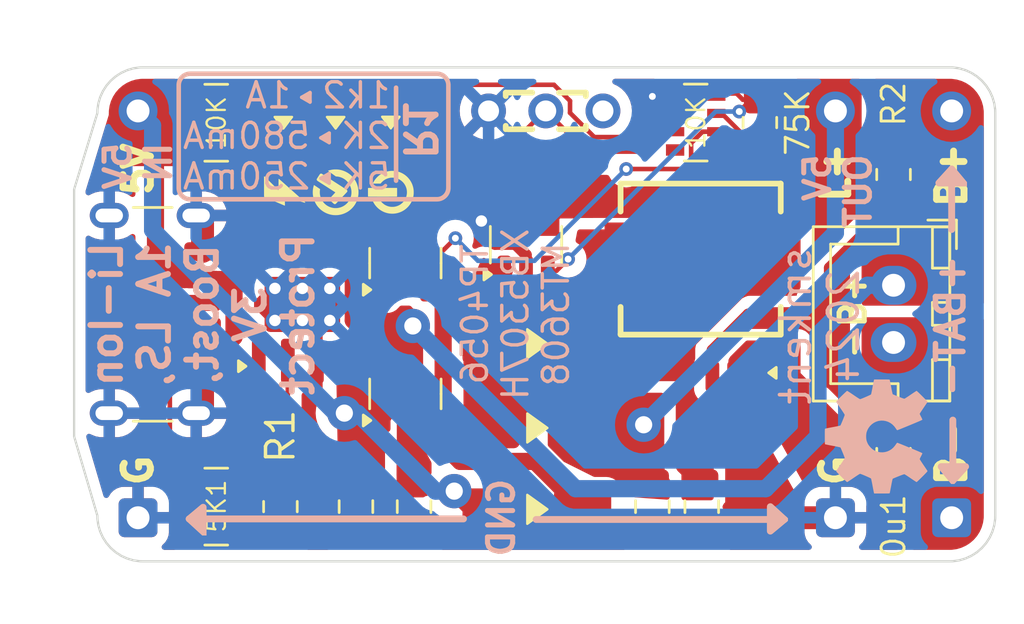
<source format=kicad_pcb>
(kicad_pcb (version 20240108) (generator "pcbnew") (generator_version "8.0")
  (layers (0 "F.Cu" signal) (31 "B.Cu" signal) (34 "B.Paste" user) (35 "F.Paste" user) (36 "B.SilkS" user "B.Silkscreen") (37 "F.SilkS" user "F.Silkscreen") (38 "B.Mask" user) (39 "F.Mask" user) (44 "Edge.Cuts" user))
  (net 0 "")
  (net 1 "GND")
  (net 2 "VIN")
  (net 3 "VOUT")
  (net 4 "B+")
  (net 5 "Net-(LED1-A)")
  (net 6 "Net-(LED1-K)")
  (net 7 "Net-(LED2-A)")
  (net 8 "Net-(LED2-K)")
  (net 9 "Net-(U1-PROG)")
  (net 10 "Net-(J0-CC1)")
  (net 11 "Net-(J0-CC2)")
  (net 14 "B-")
  (net 15 "BATVDD")
  (net 16 "BOOST")
  (net 17 "LOAD_SWITCH")
  (net 18 "Net-(D2-A)")
  (net 19 "Net-(LED3-A)")
  (net 20 "Net-(Q2-G)")
  (net 23 "Net-(RN3D-R4.1)")
  (footprint "Resistor_SMD:R_Array_Convex_4x0603" (layer "F.Cu") (at 125.338 111.2735)
    (property "Reference" "RN2" (hide yes))
    (property "Value" "5K1")
    (pad "1" smd rect (at -0.9 -1.2) (size 0.8 0.5) (layers "F.Cu" "F.Paste" "F.Mask") (net 11 "Net-(J0-CC2)"))
    (pad "2" smd rect (at -0.9 -0.4) (size 0.8 0.4) (layers "F.Cu" "F.Paste" "F.Mask") (net 10 "Net-(J0-CC1)"))
    (pad "3" smd rect (at -0.9 0.4) (size 0.8 0.4) (layers "F.Cu" "F.Paste" "F.Mask") (net 1 "GND"))
    (pad "4" smd rect (at -0.9 1.2) (size 0.8 0.5) (layers "F.Cu" "F.Paste" "F.Mask") (net 1 "GND"))
    (pad "5" smd rect (at 0.9 1.2) (size 0.8 0.5) (layers "F.Cu" "F.Paste" "F.Mask") (net 1 "GND"))
    (pad "6" smd rect (at 0.9 0.4) (size 0.8 0.4) (layers "F.Cu" "F.Paste" "F.Mask") (net 1 "GND"))
    (pad "7" smd rect (at 0.9 -0.4) (size 0.8 0.4) (layers "F.Cu" "F.Paste" "F.Mask") (net 1 "GND"))
    (pad "8" smd rect (at 0.9 -1.2) (size 0.8 0.5) (layers "F.Cu" "F.Paste" "F.Mask") (net 1 "GND"))
  )
  (footprint "Resistor_SMD:R_0805_2012Metric_Pad1.20x1.40mm_HandSolder" (layer "F.Cu") (at 128.143 111.2735 -90)
    (property "Reference" "R1" (hide yes))
    (property "Value" "1K2")
    (pad "1" smd roundrect (at -1 0 270) (size 1.2 1.4) (layers "F.Cu" "F.Paste" "F.Mask") (roundrect_rratio 0.208333) (net 9 "Net-(U1-PROG)"))
    (pad "2" smd roundrect (at 1 0 270) (size 1.2 1.4) (layers "F.Cu" "F.Paste" "F.Mask") (roundrect_rratio 0.208333) (net 1 "GND"))
  )
  (footprint "custom:SOIC-8-1EP_3.9x4.9mm_P1.27mm_EP2.41x3.3mm_ThermalVias_CustomVias" (layer "F.Cu") (at 129.102 102.437 90)
    (property "Reference" "U1" (hide yes))
    (property "Value" "TP4056")
    (pad "1" smd roundrect (at -2.475 -1.905 90) (size 1.95 0.6) (layers "F.Cu" "F.Paste" "F.Mask") (net 1 "GND"))
    (pad "2" smd roundrect (at -2.475 -0.635 90) (size 1.95 0.6) (layers "F.Cu" "F.Paste" "F.Mask") (net 9 "Net-(U1-PROG)"))
    (pad "3" smd roundrect (at -2.475 0.635 90) (size 1.95 0.6) (layers "F.Cu" "F.Paste" "F.Mask") (net 1 "GND"))
    (pad "4" smd roundrect (at -2.475 1.905 90) (size 1.95 0.6) (layers "F.Cu" "F.Paste" "F.Mask") (net 2 "VIN"))
    (pad "5" smd roundrect (at 2.475 1.905 90) (size 1.95 0.6) (layers "F.Cu" "F.Paste" "F.Mask") (net 4 "B+"))
    (pad "6" smd roundrect (at 2.475 0.635 90) (size 1.95 0.6) (layers "F.Cu" "F.Paste" "F.Mask") (net 8 "Net-(LED2-K)"))
    (pad "7" smd roundrect (at 2.475 -0.635 90) (size 1.95 0.6) (layers "F.Cu" "F.Paste" "F.Mask") (net 6 "Net-(LED1-K)"))
    (pad "8" smd roundrect (at 2.475 -1.905 90) (size 1.95 0.6) (layers "F.Cu" "F.Paste" "F.Mask") (net 2 "VIN"))
    (pad "9" thru_hole circle (at -0.7 -1.2 90) (size 0.8 0.8) (drill 0.5) (property pad_prop_heatsink) (layers "*.Cu") (net 1 "GND"))
    (pad "9" thru_hole circle (at -0.7 0 90) (size 0.8 0.8) (drill 0.5) (property pad_prop_heatsink) (layers "*.Cu") (net 1 "GND"))
    (pad "9" thru_hole circle (at -0.7 1.2 90) (size 0.8 0.8) (drill 0.5) (property pad_prop_heatsink) (layers "*.Cu") (net 1 "GND"))
    (pad "9" smd rect (at 0 0 90) (size 1.9 2.9) (property pad_prop_heatsink) (layers "B.Cu") (net 1 "GND"))
    (pad "9" smd roundrect (at 0 0 90) (size 2.41 3.3) (property pad_prop_heatsink) (layers "F.Cu" "F.Mask") (roundrect_rratio 0.1037344398) (net 1 "GND"))
    (pad "9" thru_hole circle (at 0.7 -1.2 90) (size 0.8 0.8) (drill 0.5) (property pad_prop_heatsink) (layers "*.Cu") (net 1 "GND"))
    (pad "9" thru_hole circle (at 0.7 0 90) (size 0.8 0.8) (drill 0.5) (property pad_prop_heatsink) (layers "*.Cu") (net 1 "GND"))
    (pad "9" thru_hole circle (at 0.7 1.2 90) (size 0.8 0.8) (drill 0.5) (property pad_prop_heatsink) (layers "*.Cu") (net 1 "GND"))
  )
  (footprint "custom:JST_XH_B2B-XH-A_1x02_P2.50mm_Vertical_simple" (layer "F.Cu") (at 154.94 101.6 -90)
    (property "Reference" "BT1" (hide yes))
    (property "Value" "Battery_Cell")
    (pad "1" thru_hole oval (at 0 0 270) (size 1.7 2) (drill 1) (layers "*.Cu" "*.Mask") (net 4 "B+"))
    (pad "2" thru_hole oval (at 2.5 0 270) (size 1.7 2) (drill 1) (layers "*.Cu" "*.Mask") (net 14 "B-"))
  )
  (footprint "custom:D_SMA_simple" (layer "F.Cu") (at 139.351 107.823 180)
    (property "Reference" "D2" (hide yes))
    (property "Value" "SS34")
    (pad "1" smd roundrect (at -2 0 180) (size 2.5 1.8) (layers "F.Cu" "F.Paste" "F.Mask") (roundrect_rratio 0.1388888889) (net 3 "VOUT"))
    (pad "2" smd roundrect (at 2 0 180) (size 2.5 1.8) (layers "F.Cu" "F.Paste" "F.Mask") (roundrect_rratio 0.1388888889) (net 18 "Net-(D2-A)"))
  )
  (footprint "custom:D_SMA_simple" (layer "F.Cu") (at 139.351 104.14 180)
    (property "Reference" "D3" (hide yes))
    (property "Value" "SS34")
    (pad "1" smd roundrect (at -2 0 180) (size 2.5 1.8) (layers "F.Cu" "F.Paste" "F.Mask") (roundrect_rratio 0.1388888889) (net 16 "BOOST"))
    (pad "2" smd roundrect (at 2 0 180) (size 2.5 1.8) (layers "F.Cu" "F.Paste" "F.Mask") (roundrect_rratio 0.1388888889) (net 18 "Net-(D2-A)"))
  )
  (footprint "Capacitor_SMD:C_0805_2012Metric_Pad1.18x1.45mm_HandSolder" (layer "F.Cu") (at 131.445 111.2735 -90)
    (property "Reference" "C1" (hide yes))
    (property "Value" "10uF")
    (pad "1" smd roundrect (at -1.0375 0 270) (size 1.175 1.45) (layers "F.Cu" "F.Paste" "F.Mask") (roundrect_rratio 0.212766) (net 2 "VIN"))
    (pad "2" smd roundrect (at 1.0375 0 270) (size 1.175 1.45) (layers "F.Cu" "F.Paste" "F.Mask") (roundrect_rratio 0.212766) (net 1 "GND"))
  )
  (footprint "graphics:icon-check-mark-circle-2mm" (layer "F.Cu") (at 130.55617 97.536 90)
    (property "Reference" "G***" (hide yes))
    (property "Value" "LOGO" (hide yes))
  )
  (footprint "Resistor_SMD:R_0805_2012Metric_Pad1.20x1.40mm_HandSolder" (layer "F.Cu") (at 149.098 94.488 90)
    (property "Reference" "R3" (hide yes))
    (property "Value" "75K")
    (pad "1" smd roundrect (at -1 0 90) (size 1.2 1.4) (layers "F.Cu" "F.Paste" "F.Mask") (roundrect_rratio 0.208333) (net 3 "VOUT"))
    (pad "2" smd roundrect (at 1 0 90) (size 1.2 1.4) (layers "F.Cu" "F.Paste" "F.Mask") (roundrect_rratio 0.208333) (net 23 "Net-(RN3D-R4.1)"))
  )
  (footprint "custom:LED_0805_2012Metric_Pad1.15x1.40mm_HandSolder_simple" (layer "F.Cu") (at 128.27 94.497 90)
    (property "Reference" "LED1" (hide yes))
    (property "Value" "Charge")
    (pad "1" smd roundrect (at -1.025 0 90) (size 1.15 1.4) (layers "F.Cu" "F.Paste" "F.Mask") (roundrect_rratio 0.217391) (net 6 "Net-(LED1-K)"))
    (pad "2" smd roundrect (at 1.025 0 90) (size 1.15 1.4) (layers "F.Cu" "F.Paste" "F.Mask") (roundrect_rratio 0.217391) (net 5 "Net-(LED1-A)"))
  )
  (footprint "Capacitor_SMD:C_0805_2012Metric_Pad1.18x1.45mm_HandSolder" (layer "F.Cu") (at 133.985 111.2735 90)
    (property "Reference" "C2" (hide yes))
    (property "Value" "10uF")
    (pad "1" smd roundrect (at -1.0375 0 90) (size 1.175 1.45) (layers "F.Cu" "F.Paste" "F.Mask") (roundrect_rratio 0.212766) (net 1 "GND"))
    (pad "2" smd roundrect (at 1.0375 0 90) (size 1.175 1.45) (layers "F.Cu" "F.Paste" "F.Mask") (roundrect_rratio 0.212766) (net 4 "B+"))
  )
  (footprint "graphics:icon-power-2mm" (layer "F.Cu") (at 132.969 97.536 90)
    (property "Reference" "G***" (hide yes))
    (property "Value" "LOGO" (hide yes))
  )
  (footprint "Package_TO_SOT_SMD:SOT-23-6" (layer "F.Cu") (at 138.877 99.8275 90)
    (property "Reference" "U3" (hide yes))
    (property "Value" "MT3608")
    (pad "1" smd roundrect (at -1.1375 -0.95 90) (size 1.325 0.6) (layers "F.Cu" "F.Paste" "F.Mask") (net 18 "Net-(D2-A)"))
    (pad "2" smd roundrect (at -1.1375 0 90) (size 1.325 0.6) (layers "F.Cu" "F.Paste" "F.Mask") (net 1 "GND"))
    (pad "3" smd roundrect (at -1.1375 0.95 90) (size 1.325 0.6) (layers "F.Cu" "F.Paste" "F.Mask") (net 23 "Net-(RN3D-R4.1)"))
    (pad "4" smd roundrect (at 1.1375 0.95 90) (size 1.325 0.6) (layers "F.Cu" "F.Paste" "F.Mask") (net 16 "BOOST"))
    (pad "5" smd roundrect (at 1.1375 0 90) (size 1.325 0.6) (layers "F.Cu" "F.Paste" "F.Mask") (net 16 "BOOST"))
    (pad "6" smd roundrect (at 1.1375 -0.95 90) (size 1.325 0.6) (layers "F.Cu" "F.Paste" "F.Mask"))
  )
  (footprint "custom:SOT-23-5_simple" (layer "F.Cu") (at 147.973 106.727 -90)
    (property "Reference" "U2" (hide yes))
    (property "Value" "XB5350D0")
    (pad "1" smd roundrect (at -1.1375 -0.95 270) (size 1.325 0.6) (layers "F.Cu" "F.Paste" "F.Mask"))
    (pad "2" smd roundrect (at -1.1375 0 270) (size 1.325 0.6) (layers "F.Cu" "F.Paste" "F.Mask") (net 14 "B-"))
    (pad "3" smd roundrect (at -1.1375 0.95 270) (size 1.325 0.6) (layers "F.Cu" "F.Paste" "F.Mask") (net 15 "BATVDD"))
    (pad "4" smd roundrect (at 1.1375 0.95 270) (size 1.325 0.6) (layers "F.Cu" "F.Paste" "F.Mask") (net 1 "GND"))
    (pad "5" smd roundrect (at 1.1375 -0.95 270) (size 1.325 0.6) (layers "F.Cu" "F.Paste" "F.Mask") (net 1 "GND"))
  )
  (footprint "Capacitor_SMD:C_0805_2012Metric_Pad1.18x1.45mm_HandSolder" (layer "F.Cu") (at 154.94 108.9875 90)
    (property "Reference" "C3" (hide yes))
    (property "Value" "0.1uF")
    (pad "1" smd roundrect (at -1.0375 0 90) (size 1.175 1.45) (layers "F.Cu" "F.Paste" "F.Mask") (roundrect_rratio 0.212766) (net 14 "B-"))
    (pad "2" smd roundrect (at 1.0375 0 90) (size 1.175 1.45) (layers "F.Cu" "F.Paste" "F.Mask") (roundrect_rratio 0.212766) (net 15 "BATVDD"))
  )
  (footprint "Resistor_SMD:R_Array_Convex_4x0603" (layer "F.Cu") (at 146.293 94.488 180)
    (property "Reference" "RN3" (hide yes))
    (property "Value" "10K")
    (pad "1" smd rect (at -0.9 -1.2 180) (size 0.8 0.5) (layers "F.Cu" "F.Paste" "F.Mask"))
    (pad "2" smd rect (at -0.9 -0.4 180) (size 0.8 0.4) (layers "F.Cu" "F.Paste" "F.Mask") (net 17 "LOAD_SWITCH"))
    (pad "3" smd rect (at -0.9 0.4 180) (size 0.8 0.4) (layers "F.Cu" "F.Paste" "F.Mask") (net 3 "VOUT"))
    (pad "4" smd rect (at -0.9 1.2 180) (size 0.8 0.5) (layers "F.Cu" "F.Paste" "F.Mask") (net 23 "Net-(RN3D-R4.1)"))
    (pad "5" smd rect (at 0.9 1.2 180) (size 0.8 0.5) (layers "F.Cu" "F.Paste" "F.Mask") (net 1 "GND"))
    (pad "6" smd rect (at 0.9 0.4 180) (size 0.8 0.4) (layers "F.Cu" "F.Paste" "F.Mask") (net 19 "Net-(LED3-A)"))
    (pad "7" smd rect (at 0.9 -0.4 180) (size 0.8 0.4) (layers "F.Cu" "F.Paste" "F.Mask") (net 20 "Net-(Q2-G)"))
    (pad "8" smd rect (at 0.9 -1.2 180) (size 0.8 0.5) (layers "F.Cu" "F.Paste" "F.Mask"))
  )
  (footprint "Capacitor_SMD:C_0805_2012Metric_Pad1.18x1.45mm_HandSolder" (layer "F.Cu") (at 146.558 111.2735 -90)
    (property "Reference" "C4" (hide yes))
    (property "Value" "10uF")
    (pad "1" smd roundrect (at -1.0375 0 270) (size 1.175 1.45) (layers "F.Cu" "F.Paste" "F.Mask") (roundrect_rratio 0.212766) (net 16 "BOOST"))
    (pad "2" smd roundrect (at 1.0375 0 270) (size 1.175 1.45) (layers "F.Cu" "F.Paste" "F.Mask") (roundrect_rratio 0.212766) (net 1 "GND"))
  )
  (footprint "Package_TO_SOT_SMD:SOT-23" (layer "F.Cu") (at 133.604 106.3475 90)
    (property "Reference" "Q1" (hide yes))
    (property "Value" "AO3401A")
    (pad "1" smd roundrect (at -0.9375 -0.95 90) (size 1.475 0.6) (layers "F.Cu" "F.Paste" "F.Mask") (net 2 "VIN"))
    (pad "2" smd roundrect (at -0.9375 0.95 90) (size 1.475 0.6) (layers "F.Cu" "F.Paste" "F.Mask") (net 17 "LOAD_SWITCH"))
    (pad "3" smd roundrect (at 0.9375 0 90) (size 1.475 0.6) (layers "F.Cu" "F.Paste" "F.Mask") (net 4 "B+"))
  )
  (footprint "custom:D_SMA_simple" (layer "F.Cu") (at 139.351 111.379 180)
    (property "Reference" "D1" (hide yes))
    (property "Value" "SS34")
    (pad "1" smd roundrect (at -2 0 180) (size 2.5 1.8) (layers "F.Cu" "F.Paste" "F.Mask") (roundrect_rratio 0.1388888889) (net 17 "LOAD_SWITCH"))
    (pad "2" smd roundrect (at 2 0 180) (size 2.5 1.8) (layers "F.Cu" "F.Paste" "F.Mask") (roundrect_rratio 0.1388888889) (net 2 "VIN"))
  )
  (footprint "custom:USB_C_Receptacle_GCT_USB4125-xx-x_6P_TopMnt_Horizontal_handsolder" (layer "F.Cu") (at 121.46 102.87 -90)
    (property "Reference" "J0" (hide yes))
    (property "Value" "USB_C_Receptacle_PowerOnly_6P")
    (pad "A5" smd roundrect (at -0.5 -3.28 270) (size 0.7 1.6) (layers "F.Cu" "F.Paste" "F.Mask") (net 10 "Net-(J0-CC1)"))
    (pad "A9" smd roundrect (at 1.52 -3.28 90) (size 0.76 1.6) (layers "F.Cu" "F.Paste" "F.Mask") (net 2 "VIN"))
    (pad "A12" smd roundrect (at 2.75 -3.28 90) (size 0.8 1.6) (layers "F.Cu" "F.Paste" "F.Mask") (net 1 "GND"))
    (pad "B5" smd roundrect (at 0.5 -3.28 90) (size 0.7 1.6) (layers "F.Cu" "F.Paste" "F.Mask") (net 11 "Net-(J0-CC2)"))
    (pad "B9" smd roundrect (at -1.52 -3.28 270) (size 0.76 1.6) (layers "F.Cu" "F.Paste" "F.Mask") (net 2 "VIN"))
    (pad "B12" smd roundrect (at -2.75 -3.28 270) (size 0.8 1.6) (layers "F.Cu" "F.Paste" "F.Mask") (net 1 "GND"))
    (pad "S1" thru_hole oval (at -4.32 -3 270) (size 1.1 1.7) (drill oval 0.6 1.2) (layers "*.Cu" "*.Mask" "F.Paste") (net 1 "GND"))
    (pad "S1" thru_hole oval (at -4.32 0.8 270) (size 1.1 1.7) (drill oval 0.6 1.2) (layers "*.Cu" "*.Mask" "F.Paste") (net 1 "GND"))
    (pad "S1" thru_hole oval (at 4.32 -3 270) (size 1.1 1.7) (drill oval 0.6 1.2) (layers "*.Cu" "*.Mask" "F.Paste") (net 1 "GND"))
    (pad "S1" thru_hole oval (at 4.32 0.8 270) (size 1.1 1.7) (drill oval 0.6 1.2) (layers "*.Cu" "*.Mask" "F.Paste") (net 1 "GND"))
  )
  (footprint "Resistor_SMD:R_0805_2012Metric_Pad1.20x1.40mm_HandSolder" (layer "F.Cu") (at 154.94 96.758 -90)
    (property "Reference" "R2" (hide yes))
    (property "Value" "100R")
    (pad "1" smd roundrect (at -1 0 270) (size 1.2 1.4) (layers "F.Cu" "F.Paste" "F.Mask") (roundrect_rratio 0.208333) (net 4 "B+"))
    (pad "2" smd roundrect (at 1 0 270) (size 1.2 1.4) (layers "F.Cu" "F.Paste" "F.Mask") (roundrect_rratio 0.208333) (net 15 "BATVDD"))
  )
  (footprint "Package_TO_SOT_SMD:SOT-23" (layer "F.Cu") (at 133.604 100.6325 90)
    (property "Reference" "Q2" (hide yes))
    (property "Value" "AO3401A")
    (pad "1" smd roundrect (at -0.9375 -0.95 90) (size 1.475 0.6) (layers "F.Cu" "F.Paste" "F.Mask") (net 20 "Net-(Q2-G)"))
    (pad "2" smd roundrect (at -0.9375 0.95 90) (size 1.475 0.6) (layers "F.Cu" "F.Paste" "F.Mask") (net 17 "LOAD_SWITCH"))
    (pad "3" smd roundrect (at 0.9375 0 90) (size 1.475 0.6) (layers "F.Cu" "F.Paste" "F.Mask") (net 16 "BOOST"))
  )
  (footprint "Capacitor_SMD:C_0805_2012Metric_Pad1.18x1.45mm_HandSolder" (layer "F.Cu") (at 144.399 111.2735 -90)
    (property "Reference" "C5" (hide yes))
    (property "Value" "10uF")
    (pad "1" smd roundrect (at -1.0375 0 270) (size 1.175 1.45) (layers "F.Cu" "F.Paste" "F.Mask") (roundrect_rratio 0.212766) (net 3 "VOUT"))
    (pad "2" smd roundrect (at 1.0375 0 270) (size 1.175 1.45) (layers "F.Cu" "F.Paste" "F.Mask") (roundrect_rratio 0.212766) (net 1 "GND"))
  )
  (footprint "custom:LED_0805_2012Metric_Pad1.15x1.40mm_HandSolder_simple" (layer "F.Cu") (at 130.556 94.497 90)
    (property "Reference" "LED2" (hide yes))
    (property "Value" "Done")
    (pad "1" smd roundrect (at -1.025 0 90) (size 1.15 1.4) (layers "F.Cu" "F.Paste" "F.Mask") (roundrect_rratio 0.217391) (net 8 "Net-(LED2-K)"))
    (pad "2" smd roundrect (at 1.025 0 90) (size 1.15 1.4) (layers "F.Cu" "F.Paste" "F.Mask") (roundrect_rratio 0.217391) (net 7 "Net-(LED2-A)"))
  )
  (footprint "custom:SW-TH_DEALON_SS-12D01-GX_simple" (layer "F.Cu") (at 139.74 93.98 180)
    (property "Reference" "SW1" (hide yes))
    (property "Value" "SW_SPDT")
    (pad "1" thru_hole circle (at -2.5 0 180) (size 1.52 1.52) (drill 0.9144) (layers "*.Cu" "*.Mask"))
    (pad "2" thru_hole circle (at 0 0 180) (size 1.52 1.52) (drill 0.9144) (layers "*.Cu" "*.Mask") (net 20 "Net-(Q2-G)"))
    (pad "3" thru_hole circle (at 2.5 0 180) (size 1.52 1.52) (drill 0.9144) (layers "*.Cu" "*.Mask") (net 1 "GND"))
  )
  (footprint "lcsc:IND-SMD_L7.0-W6.6" (layer "F.Cu") (at 146.51 100.457 180)
    (property "Reference" "L1" (hide yes))
    (property "Value" "22uH")
    (pad "1" smd rect (at -3 0 180) (size 2.4 3.2) (layers "F.Cu" "F.Paste" "F.Mask") (net 16 "BOOST"))
    (pad "2" smd rect (at 3 0 180) (size 2.4 3.2) (layers "F.Cu" "F.Paste" "F.Mask") (net 18 "Net-(D2-A)"))
  )
  (footprint "Resistor_SMD:R_Array_Convex_4x0603" (layer "F.Cu") (at 125.338 94.497 180)
    (property "Reference" "RN1" (hide yes))
    (property "Value" "10K")
    (pad "1" smd rect (at -0.9 -1.2 180) (size 0.8 0.5) (layers "F.Cu" "F.Paste" "F.Mask") (net 1 "GND"))
    (pad "2" smd rect (at -0.9 -0.4 180) (size 0.8 0.4) (layers "F.Cu" "F.Paste" "F.Mask") (net 7 "Net-(LED2-A)"))
    (pad "3" smd rect (at -0.9 0.4 180) (size 0.8 0.4) (layers "F.Cu" "F.Paste" "F.Mask") (net 5 "Net-(LED1-A)"))
    (pad "4" smd rect (at -0.9 1.2 180) (size 0.8 0.5) (layers "F.Cu" "F.Paste" "F.Mask"))
    (pad "5" smd rect (at 0.9 1.2 180) (size 0.8 0.5) (layers "F.Cu" "F.Paste" "F.Mask"))
    (pad "6" smd rect (at 0.9 0.4 180) (size 0.8 0.4) (layers "F.Cu" "F.Paste" "F.Mask") (net 2 "VIN"))
    (pad "7" smd rect (at 0.9 -0.4 180) (size 0.8 0.4) (layers "F.Cu" "F.Paste" "F.Mask") (net 2 "VIN"))
    (pad "8" smd rect (at 0.9 -1.2 180) (size 0.8 0.5) (layers "F.Cu" "F.Paste" "F.Mask") (net 2 "VIN"))
  )
  (footprint "custom:LED_0805_2012Metric_Pad1.15x1.40mm_HandSolder_simple" (layer "F.Cu") (at 132.969 94.488 90)
    (property "Reference" "LED3" (hide yes))
    (property "Value" "Boost")
    (pad "1" smd roundrect (at -1.025 0 90) (size 1.15 1.4) (layers "F.Cu" "F.Paste" "F.Mask") (roundrect_rratio 0.217391) (net 1 "GND"))
    (pad "2" smd roundrect (at 1.025 0 90) (size 1.15 1.4) (layers "F.Cu" "F.Paste" "F.Mask") (roundrect_rratio 0.217391) (net 19 "Net-(LED3-A)"))
  )
  (footprint "graphics:icon-lightning-bolt-2mm" (layer "F.Cu") (at 128.259888 97.536 90)
    (property "Reference" "G***" (hide yes))
    (property "Value" "LOGO" (hide yes))
  )
  (footprint "custom:PinHeader_1x01_P2.54mm_simple_square" (layer "B.Cu") (at 157.48 111.76 -90)
    (property "Reference" "J4" (hide yes))
    (property "Value" "Conn_01x01")
    (pad "1" thru_hole roundrect (at 0 0 270) (size 1.7 1.7) (drill 1) (layers "*.Cu" "*.Mask") (roundrect_rratio 0.1470588235) (net 14 "B-"))
  )
  (footprint "custom:PinHeader_1x01_P2.54mm_simple_square" (layer "B.Cu") (at 121.92 111.76 180)
    (property "Reference" "J2" (hide yes))
    (property "Value" "Conn_01x01")
    (pad "1" thru_hole roundrect (at 0 0 180) (size 1.7 1.7) (drill 1) (layers "*.Cu" "*.Mask") (roundrect_rratio 0.1470588235) (net 1 "GND"))
  )
  (footprint "custom:PinHeader_1x01_P2.54mm_simple" (layer "B.Cu") (at 121.92 93.98 180)
    (property "Reference" "J1" (hide yes))
    (property "Value" "Conn_01x01")
    (pad "1" thru_hole oval (at 0 0 180) (size 1.7 1.7) (drill 1) (layers "*.Cu" "*.Mask") (net 2 "VIN"))
  )
  (footprint "custom:PinHeader_1x01_P2.54mm_simple" (layer "B.Cu") (at 152.4 93.98 -90)
    (property "Reference" "J5" (hide yes))
    (property "Value" "Conn_01x01")
    (pad "1" thru_hole oval (at 0 0 270) (size 1.7 1.7) (drill 1) (layers "*.Cu" "*.Mask") (net 3 "VOUT"))
  )
  (footprint "custom:PinHeader_1x01_P2.54mm_simple_square" (layer "B.Cu") (at 152.4 111.76 180)
    (property "Reference" "J6" (hide yes))
    (property "Value" "Conn_01x01")
    (pad "1" thru_hole roundrect (at 0 0 180) (size 1.7 1.7) (drill 1) (layers "*.Cu" "*.Mask") (roundrect_rratio 0.1470588235) (net 1 "GND"))
  )
  (footprint "graphics:oshw-logo-5mm" (layer "B.Cu") (at 154.178 108.204 -90)
    (property "Reference" "G***" (hide yes))
    (property "Value" "LOGO" (hide yes))
  )
  (footprint "custom:PinHeader_1x01_P2.54mm_simple" (layer "B.Cu") (at 157.48 93.98 -90)
    (property "Reference" "J3" (hide yes))
    (property "Value" "Conn_01x01")
    (pad "1" thru_hole oval (at 0 0 270) (size 1.7 1.7) (drill 1) (layers "*.Cu" "*.Mask") (net 4 "B+"))
  )
  (gr_line (start 136.144 111.8108) (end 124.1552 111.8108) (stroke (width 0.3)) (layer "B.SilkS"))
  (gr_poly (pts (xy 150.1648 111.8362) (xy 149.5552 111.2774) (xy 149.5552 112.3442)) (stroke (width 0.3)) (fill solid) (layer "B.SilkS"))
  (gr_poly (pts (arc (start 134.9836 97.8408) (mid 135.337153 97.694353) (end 135.4836 97.3408)) (arc (start 135.4836 92.8544) (mid 135.337153 92.500847) (end 134.9836 92.3544)) (arc (start 124.198 92.3544) (mid 123.844447 92.500847) (end 123.698 92.8544)) (arc (start 123.698 97.3408) (mid 123.844447 97.694353) (end 124.198 97.8408))) (stroke (width 0.2)) (fill none) (layer "B.SilkS"))
  (gr_line (start 157.5308 107.4928) (end 157.5308 110.1344) (stroke (width 0.3)) (layer "B.SilkS"))
  (gr_poly (pts (xy 157.48 96.52) (xy 156.9212 97.1296) (xy 157.988 97.1296)) (stroke (width 0.3)) (fill solid) (layer "B.SilkS"))
  (gr_poly (pts (xy 157.5308 110.1344) (xy 158.0896 109.5248) (xy 157.0228 109.5248)) (stroke (width 0.3)) (fill solid) (layer "B.SilkS"))
  (gr_line (start 157.48 99.1616) (end 157.48 96.52) (stroke (width 0.3)) (layer "B.SilkS"))
  (gr_line (start 133.1976 92.964) (end 133.1976 97.028) (stroke (width 0.2)) (layer "B.SilkS"))
  (gr_poly (pts (xy 124.1552 111.8108) (xy 124.7648 112.3696) (xy 124.7648 111.3028)) (stroke (width 0.3)) (fill solid) (layer "B.SilkS"))
  (gr_line (start 139.319 111.8362) (end 150.1648 111.8362) (stroke (width 0.3)) (layer "B.SilkS"))
  (gr_poly (pts (xy 157.385 92.075) (xy 157.527863 92.077516) (xy 157.81068 92.118179) (xy 158.084832 92.198677) (xy 158.344738 92.317372) (xy 158.585105 92.471847) (xy 158.801042 92.658958) (xy 158.988153 92.874895) (xy 159.142628 93.115262) (xy 159.261323 93.375168) (xy 159.341821 93.64932) (xy 159.382484 93.932137) (xy 159.385 94.075) (xy 159.385 111.665) (xy 159.382484 111.807863) (xy 159.341821 112.09068) (xy 159.261323 112.364832) (xy 159.142628 112.624738) (xy 158.988153 112.865105) (xy 158.801042 113.081042) (xy 158.585105 113.268153) (xy 158.344738 113.422628) (xy 158.084832 113.541323) (xy 157.81068 113.621821) (xy 157.527863 113.662484) (xy 157.385 113.665) (xy 149.447 113.665) (xy 139.541 113.665) (xy 122.142 113.665) (xy 121.999137 113.662484) (xy 121.71632 113.621821) (xy 121.442168 113.541323) (xy 121.182262 113.422628) (xy 120.941895 113.268153) (xy 120.725958 113.081042) (xy 120.538847 112.865105) (xy 120.384372 112.624738) (xy 120.265677 112.364832) (xy 120.185179 112.09068) (xy 120.144516 111.807863) (xy 120.142 111.665) (xy 119.126 108.204) (xy 119.126 97.409) (xy 120.142 94.075) (xy 120.144516 93.932137) (xy 120.185179 93.64932) (xy 120.265677 93.375168) (xy 120.384372 93.115262) (xy 120.538847 92.874895) (xy 120.725958 92.658958) (xy 120.941895 92.471847) (xy 121.182262 92.317372) (xy 121.442168 92.198677) (xy 121.71632 92.118179) (xy 121.999137 92.077516) (xy 122.142 92.075)) (stroke (width 0.1)) (fill none) (layer "Edge.Cuts"))
  (gr_text "R1" (at 134.2136 94.7928 270) (layer "B.SilkS") (effects (font (size 1.3 1.3) (thickness 0.26) (bold yes)) (justify mirror)))
  (gr_text "1k2‣1A\n2K‣580mA\n5K‣250mA" (at 133.0452 92.6592 0) (layer "B.SilkS") (effects (font (size 1.1 1.1)) (justify left top mirror)))
  (gr_text "TP4056\nXB5307H\nMT3608" (at 136 102.87 90) (layer "B.SilkS") (effects (font (size 1.1 1.1)) (justify top mirror)))
  (gr_text "Li-Ion\n1A LS,\nBoost,\n3V\nProtect" (at 119.7864 102.87 90) (layer "B.SilkS") (effects (font (size 1.3 1.3) (thickness 0.26) (bold yes)) (justify top mirror)))
  (gr_text "5V\nOUT" (at 152.5016 95.758 90) (layer "B.SilkS") (effects (font (size 1.1 1.1) (thickness 0.22) (bold yes)) (justify left mirror)))
  (gr_text "5V\nIN" (at 121.92 95.25 90) (layer "B.SilkS") (effects (font (size 1.1 1.1) (thickness 0.22) (bold yes)) (justify left mirror)))
  (gr_text "smkent\n2024" (at 153.5176 103.378 90) (layer "B.SilkS") (effects (font (size 1.3 1.3) (thickness 0.1625)) (justify bottom mirror)))
  (gr_text "GND" (at 137.795 111.76 90) (layer "B.SilkS") (effects (font (size 1.1 1.1) (thickness 0.22) (bold yes)) (justify mirror)))
  (gr_text "+BAT-" (at 157.4292 103.378 90) (layer "B.SilkS") (effects (font (size 1.2 1.2) (thickness 0.24) (bold yes)) (justify mirror)))
  (gr_text "G" (at 121.92 110.49 90) (layer "F.SilkS") (effects (font (size 1.2 1.2) (thickness 0.3) (bold yes)) (justify left)))
  (gr_text "B+" (at 157.48 95.25 90) (layer "F.SilkS") (effects (font (size 1.2 1.2) (thickness 0.3) (bold yes)) (justify right)))
  (gr_text "5K1" (at 125.349 111.252 90) (layer "F.SilkS") (effects (font (size 0.8 0.8) (thickness 0.1))))
  (gr_text "L+" (at 152.4 95.25 90) (layer "F.SilkS") (effects (font (size 1.2 1.2) (thickness 0.3) (bold yes)) (justify right)))
  (gr_text "B-" (at 157.48 110.49 90) (layer "F.SilkS") (effects (font (size 1.2 1.2) (thickness 0.3) (bold yes)) (justify left)))
  (gr_text "R1" (at 128.143 109.473998 90) (layer "F.SilkS") (effects (font (size 1.2 1.2)) (justify left)))
  (gr_text "75K" (at 150.749 94.488 90) (layer "F.SilkS") (effects (font (size 1 1) (thickness 0.125))))
  (gr_text "R2" (at 154.94 94.742 90) (layer "F.SilkS") (effects (font (size 1 1) (thickness 0.125)) (justify left)))
  (gr_text "10K" (at 125.349 94.488 90) (layer "F.SilkS") (effects (font (size 0.8 0.8) (thickness 0.1))))
  (gr_text "-B+" (at 153.162 102.87 90) (layer "F.SilkS") (effects (font (size 1.1 1.1) (thickness 0.22) (bold yes))))
  (gr_text "10K" (at 146.304 94.488 90) (layer "F.SilkS") (effects (font (size 0.8 0.8) (thickness 0.1))))
  (gr_text "G" (at 152.4 110.49 90) (layer "F.SilkS") (effects (font (size 1.2 1.2) (thickness 0.3) (bold yes)) (justify left)))
  (gr_text "5V" (at 121.92 95.25 90) (layer "F.SilkS") (effects (font (size 1.2 1.2) (thickness 0.3) (bold yes)) (justify right)))
  (gr_text "0u1" (at 154.94 112.141 90) (layer "F.SilkS") (effects (font (size 1 1) (thickness 0.125))))
  (segment (start 137.177 99.041071) (end 137.177 99.455184) (width 0.5) (layer "F.Cu") (net 1))
  (segment (start 147.658 112.311) (end 144.399 112.311) (width 1) (layer "F.Cu") (net 1))
  (segment (start 124.74 100.12) (end 124.74 98.83) (width 1) (layer "F.Cu") (net 1))
  (segment (start 131.4075 112.2735) (end 131.445 112.311) (width 0.75) (layer "F.Cu") (net 1))
  (segment (start 124.74 106.91) (end 124.46 107.19) (width 1) (layer "F.Cu") (net 1))
  (segment (start 138.877 100.269) (end 138.877 100.965) (width 0.5) (layer "F.Cu") (net 1))
  (segment (start 124.74 98.83) (end 124.46 98.55) (width 1) (layer "F.Cu") (net 1))
  (segment (start 124.74 105.62) (end 124.74 106.91) (width 1) (layer "F.Cu") (net 1))
  (segment (start 128.143 112.2735) (end 131.4075 112.2735) (width 0.75) (layer "F.Cu") (net 1))
  (segment (start 148.082 107.8645) (end 148.923 107.8645) (width 1) (layer "F.Cu") (net 1))
  (segment (start 146.558 112.311) (end 144.399 112.311) (width 0.75) (layer "F.Cu") (net 1))
  (segment (start 148.082 107.8645) (end 148.082 111.633) (width 1) (layer "F.Cu") (net 1))
  (segment (start 137.524316 99.8025) (end 138.4105 99.8025) (width 0.5) (layer "F.Cu") (net 1))
  (segment (start 147.023 107.8645) (end 148.082 107.8645) (width 1) (layer "F.Cu") (net 1))
  (segment (start 148.209 111.76) (end 147.658 112.311) (width 1) (layer "F.Cu") (net 1))
  (segment (start 148.082 111.633) (end 148.209 111.76) (width 1) (layer "F.Cu") (net 1))
  (segment (start 136.927001 98.791072) (end 137.177 99.041071) (width 0.5) (layer "F.Cu") (net 1))
  (segment (start 144.456 93.288) (end 144.399 93.345) (width 0.2) (layer "F.Cu") (net 1))
  (segment (start 145.393 93.288) (end 144.456 93.288) (width 0.2) (layer "F.Cu") (net 1))
  (segment (start 148.209 111.76) (end 152.4 111.76) (width 1) (layer "F.Cu") (net 1))
  (segment (start 131.445 112.311) (end 133.985 112.311) (width 0.75) (layer "F.Cu") (net 1))
  (segment (start 137.177 99.455184) (end 137.524316 99.8025) (width 0.5) (layer "F.Cu") (net 1))
  (segment (start 138.4105 99.8025) (end 138.877 100.269) (width 0.5) (layer "F.Cu") (net 1))
  (via (at 144.399 93.345) (size 0.6) (drill 0.3) (layers "F.Cu" "B.Cu") (net 1))
  (via (at 136.927001 98.791072) (size 1) (drill 0.5) (layers "F.Cu" "B.Cu") (net 1))
  (segment (start 143.129 95.631) (end 138.891 95.631) (width 0.2) (layer "B.Cu") (net 1))
  (segment (start 137.24 98.478073) (end 137.24 93.98) (width 0.5) (layer "B.Cu") (net 1))
  (segment (start 144.399 94.361) (end 143.129 95.631) (width 0.2) (layer "B.Cu") (net 1))
  (segment (start 144.399 93.345) (end 144.399 94.361) (width 0.2) (layer "B.Cu") (net 1))
  (segment (start 138.891 95.631) (end 137.24 93.98) (width 0.2) (layer "B.Cu") (net 1))
  (segment (start 136.927001 98.791072) (end 137.24 98.478073) (width 0.5) (layer "B.Cu") (net 1))
  (segment (start 124.438 94.097) (end 124.438 95.697) (width 0.2) (layer "F.Cu") (net 2))
  (segment (start 123.94 101.35) (end 122.682 100.092) (width 0.75) (layer "F.Cu") (net 2))
  (segment (start 126.115 101.87949) (end 126.115 103.86051) (width 0.75) (layer "F.Cu") (net 2))
  (segment (start 135.740371 110.596844) (end 136.522527 111.379) (width 0.75) (layer "F.Cu") (net 2))
  (segment (start 122.682 94.742) (end 121.92 93.98) (width 0.75) (layer "F.Cu") (net 2))
  (segment (start 125.809 101.35) (end 124.74 101.35) (width 0.75) (layer "F.Cu") (net 2))
  (segment (start 131.445 108.494) (end 131.445 110.236) (width 0.75) (layer "F.Cu") (net 2))
  (segment (start 131.007 105.638) (end 132.654 107.285) (width 0.75) (layer "F.Cu") (net 2))
  (segment (start 131.007 104.912) (end 131.007 107.118) (width 0.75) (layer "F.Cu") (net 2))
  (segment (start 126.115 103.86051) (end 125.58551 104.39) (width 0.75) (layer "F.Cu") (net 2))
  (segment (start 132.654 107.285) (end 131.445 108.494) (width 0.75) (layer "F.Cu") (net 2))
  (segment (start 125.58551 104.39) (end 124.74 104.39) (width 0.75) (layer "F.Cu") (net 2))
  (segment (start 125.58551 101.35) (end 126.115 101.87949) (width 0.75) (layer "F.Cu") (net 2))
  (segment (start 131.007 104.912) (end 131.007 105.638) (width 0.75) (layer "F.Cu") (net 2))
  (segment (start 127.197 99.962) (end 125.809 101.35) (width 0.75) (layer "F.Cu") (net 2))
  (segment (start 124.74 101.35) (end 125.58551 101.35) (width 0.75) (layer "F.Cu") (net 2))
  (segment (start 131.007 107.118) (end 130.937 107.188) (width 0.75) (layer "F.Cu") (net 2))
  (segment (start 136.522527 111.379) (end 137.351 111.379) (width 0.75) (layer "F.Cu") (net 2))
  (segment (start 124.74 101.35) (end 123.94 101.35) (width 0.75) (layer "F.Cu") (net 2))
  (segment (start 122.682 100.092) (end 122.682 94.742) (width 0.75) (layer "F.Cu") (net 2))
  (via (at 135.740371 110.596844) (size 1.5) (drill 0.75) (layers "F.Cu" "B.Cu") (net 2))
  (via (at 130.937 107.188) (size 1.5) (drill 0.75) (layers "F.Cu" "B.Cu") (net 2))
  (segment (start 130.556 107.188) (end 122.555 99.187) (width 0.75) (layer "B.Cu") (net 2))
  (segment (start 122.555 99.187) (end 122.555 94.615) (width 0.75) (layer "B.Cu") (net 2))
  (segment (start 135.740371 110.596844) (end 134.921845 110.596844) (width 0.75) (layer "B.Cu") (net 2))
  (segment (start 130.937 107.188) (end 130.556 107.188) (width 0.75) (layer "B.Cu") (net 2))
  (segment (start 134.921845 110.596844) (end 131.513001 107.188) (width 0.75) (layer "B.Cu") (net 2))
  (segment (start 122.555 94.615) (end 121.92 93.98) (width 0.75) (layer "B.Cu") (net 2))
  (segment (start 131.513001 107.188) (end 130.937 107.188) (width 0.75) (layer "B.Cu") (net 2))
  (segment (start 141.351 107.823) (end 141.986 107.823) (width 0.75) (layer "F.Cu") (net 3))
  (segment (start 147.428 94.088) (end 148.828 95.488) (width 0.2) (layer "F.Cu") (net 3))
  (segment (start 144.018 107.696) (end 141.478 107.696) (width 0.75) (layer "F.Cu") (net 3))
  (segment (start 141.986 107.823) (end 144.399 110.236) (width 0.75) (layer "F.Cu") (net 3))
  (segment (start 150.892 95.488) (end 152.4 93.98) (width 0.75) (layer "F.Cu") (net 3))
  (segment (start 147.193 94.088) (end 147.428 94.088) (width 0.2) (layer "F.Cu") (net 3))
  (segment (start 149.098 95.488) (end 150.892 95.488) (width 0.75) (layer "F.Cu") (net 3))
  (segment (start 148.828 95.488) (end 149.098 95.488) (width 0.2) (layer "F.Cu") (net 3))
  (segment (start 141.478 107.696) (end 141.351 107.823) (width 0.75) (layer "F.Cu") (net 3))
  (via (at 144.018 107.696) (size 1.5) (drill 0.75) (layers "F.Cu" "B.Cu") (net 3))
  (segment (start 152.4 93.98) (end 152.4 99.314) (width 0.75) (layer "B.Cu") (net 3))
  (segment (start 152.4 99.314) (end 144.018 107.696) (width 0.75) (layer "B.Cu") (net 3))
  (segment (start 131.327 100.282) (end 131.327 103.133) (width 0.75) (layer "F.Cu") (net 4))
  (segment (start 133.604 103.704) (end 133.93 103.378) (width 0.75) (layer "F.Cu") (net 4))
  (segment (start 156.718 93.98) (end 154.94 95.758) (width 0.75) (layer "F.Cu") (net 4))
  (segment (start 133.604 105.41) (end 133.604 103.704) (width 0.75) (layer "F.Cu") (net 4))
  (segment (start 154.94 95.758) (end 154.94 95.784346) (width 0.75) (layer "F.Cu") (net 4))
  (segment (start 156.215 100.325) (end 154.94 101.6) (width 0.75) (layer "F.Cu") (net 4))
  (segment (start 133.604 109.855) (end 133.985 110.236) (width 0.75) (layer "F.Cu") (net 4))
  (segment (start 131.007 99.962) (end 131.327 100.282) (width 0.75) (layer "F.Cu") (net 4))
  (segment (start 131.327 103.133) (end 133.604 105.41) (width 0.75) (layer "F.Cu") (net 4))
  (segment (start 156.215 97.059346) (end 156.215 100.325) (width 0.75) (layer "F.Cu") (net 4))
  (segment (start 157.48 93.98) (end 156.718 93.98) (width 0.75) (layer "F.Cu") (net 4))
  (segment (start 133.604 105.41) (end 133.604 109.855) (width 0.75) (layer "F.Cu") (net 4))
  (segment (start 154.94 95.784346) (end 156.215 97.059346) (width 0.75) (layer "F.Cu") (net 4))
  (via (at 133.93 103.378) (size 1.5) (drill 0.75) (layers "F.Cu" "B.Cu") (net 4))
  (segment (start 149.352 110.49) (end 151.638 108.204) (width 0.75) (layer "B.Cu") (net 4))
  (segment (start 141.042 110.49) (end 149.352 110.49) (width 0.75) (layer "B.Cu") (net 4))
  (segment (start 153.797 101.6) (end 154.94 101.6) (width 0.75) (layer "B.Cu") (net 4))
  (segment (start 151.638 103.759) (end 153.797 101.6) (width 0.75) (layer "B.Cu") (net 4))
  (segment (start 133.93 103.378) (end 141.042 110.49) (width 0.75) (layer "B.Cu") (net 4))
  (segment (start 151.638 108.204) (end 151.638 103.759) (width 0.75) (layer "B.Cu") (net 4))
  (segment (start 128.27 93.472) (end 128.143 93.472) (width 0.2) (layer "F.Cu") (net 5))
  (segment (start 127.518 94.097) (end 126.238 94.097) (width 0.2) (layer "F.Cu") (net 5))
  (segment (start 128.143 93.472) (end 127.518 94.097) (width 0.2) (layer "F.Cu") (net 5))
  (segment (start 128.778 99.651) (end 128.467 99.962) (width 0.2) (layer "F.Cu") (net 6))
  (segment (start 128.27 95.522) (end 128.778 96.03) (width 0.2) (layer "F.Cu") (net 6))
  (segment (start 128.778 96.03) (end 128.778 99.651) (width 0.2) (layer "F.Cu") (net 6))
  (segment (start 126.238 94.897) (end 126.488 94.647) (width 0.2) (layer "F.Cu") (net 7))
  (segment (start 129.381 94.647) (end 130.556 93.472) (width 0.2) (layer "F.Cu") (net 7))
  (segment (start 126.488 94.647) (end 129.381 94.647) (width 0.2) (layer "F.Cu") (net 7))
  (segment (start 129.413 99.638) (end 129.737 99.962) (width 0.2) (layer "F.Cu") (net 8))
  (segment (start 130.556 95.522) (end 129.413 96.665) (width 0.2) (layer "F.Cu") (net 8))
  (segment (start 129.413 96.665) (end 129.413 99.638) (width 0.2) (layer "F.Cu") (net 8))
  (segment (start 128.467 104.912) (end 128.467 109.9495) (width 0.2) (layer "F.Cu") (net 9))
  (segment (start 128.467 109.9495) (end 128.143 110.2735) (width 0.2) (layer "F.Cu") (net 9))
  (segment (start 124.263398 102.37) (end 124.74 102.37) (width 0.2) (layer "F.Cu") (net 10))
  (segment (start 124.438 110.8735) (end 123.838 110.8735) (width 0.2) (layer "F.Cu") (net 10))
  (segment (start 122.91 103.723398) (end 124.263398 102.37) (width 0.2) (layer "F.Cu") (net 10))
  (segment (start 123.838 110.8735) (end 122.91 109.9455) (width 0.2) (layer "F.Cu") (net 10))
  (segment (start 122.91 109.9455) (end 122.91 103.723398) (width 0.2) (layer "F.Cu") (net 10))
  (segment (start 123.31 108.9455) (end 123.31 104.32177) (width 0.2) (layer "F.Cu") (net 11))
  (segment (start 124.438 110.0735) (end 123.31 108.9455) (width 0.2) (layer "F.Cu") (net 11))
  (segment (start 123.31 104.32177) (end 124.26177 103.37) (width 0.2) (layer "F.Cu") (net 11))
  (segment (start 124.26177 103.37) (end 124.74 103.37) (width 0.2) (layer "F.Cu") (net 11))
  (segment (start 147.973 105.5895) (end 147.973 106.251999) (width 0.5) (layer "F.Cu") (net 14))
  (segment (start 147.973 106.251999) (end 148.423001 106.702) (width 0.5) (layer "F.Cu") (net 14))
  (segment (start 147.973 105.5895) (end 147.973 104.927001) (width 0.5) (layer "F.Cu") (net 14))
  (segment (start 148.506001 104.394) (end 149.479 104.394) (width 0.5) (layer "F.Cu") (net 14))
  (segment (start 154.94 104.1) (end 157.48 106.64) (width 0.75) (layer "F.Cu") (net 14))
  (segment (start 151.617 106.702) (end 154.94 110.025) (width 0.5) (layer "F.Cu") (net 14))
  (segment (start 151.003 105.918) (end 151.003 108.331) (width 0.5) (layer "F.Cu") (net 14))
  (segment (start 148.423001 106.702) (end 151.617 106.702) (width 0.5) (layer "F.Cu") (net 14))
  (segment (start 155.745 110.025) (end 157.48 111.76) (width 0.75) (layer "F.Cu") (net 14))
  (segment (start 147.973 104.927001) (end 148.506001 104.394) (width 0.5) (layer "F.Cu") (net 14))
  (segment (start 157.48 106.64) (end 157.48 111.76) (width 0.75) (layer "F.Cu") (net 14))
  (segment (start 154.94 110.025) (end 155.745 110.025) (width 0.75) (layer "F.Cu") (net 14))
  (segment (start 149.479 104.394) (end 151.003 105.918) (width 0.5) (layer "F.Cu") (net 14))
  (segment (start 154.94 98.044) (end 154.94 97.758) (width 0.5) (layer "F.Cu") (net 15))
  (segment (start 147.023 104.437) (end 148.59 102.87) (width 0.5) (layer "F.Cu") (net 15))
  (segment (start 147.023 105.5895) (end 147.023 104.437) (width 0.5) (layer "F.Cu") (net 15))
  (segment (start 152.146 100.838) (end 154.94 98.044) (width 0.5) (layer "F.Cu") (net 15))
  (segment (start 152.146 102.87) (end 152.146 100.838) (width 0.5) (layer "F.Cu") (net 15))
  (segment (start 148.59 102.87) (end 152.146 102.87) (width 0.5) (layer "F.Cu") (net 15))
  (segment (start 147.335 98.282) (end 140.235 98.282) (width 0.75) (layer "F.Cu") (net 16))
  (segment (start 145.796 109.474) (end 145.796 104.14) (width 0.75) (layer "F.Cu") (net 16))
  (segment (start 138.877 97.602) (end 138.877 98.69) (width 0.75) (layer "F.Cu") (net 16))
  (segment (start 149.51 100.457) (end 147.335 98.282) (width 0.75) (layer "F.Cu") (net 16))
  (segment (start 140.235 98.282) (end 139.827 98.69) (width 0.75) (layer "F.Cu") (net 16))
  (segment (start 135.8465 97.4525) (end 138.7275 97.4525) (width 0.75) (layer "F.Cu") (net 16))
  (segment (start 133.604 99.695) (end 135.8465 97.4525) (width 0.75) (layer "F.Cu") (net 16))
  (segment (start 145.827 104.14) (end 149.51 100.457) (width 0.75) (layer "F.Cu") (net 16))
  (segment (start 138.877 98.69) (end 139.827 98.69) (width 0.75) (layer "F.Cu") (net 16))
  (segment (start 138.7275 97.4525) (end 138.877 97.602) (width 0.75) (layer "F.Cu") (net 16))
  (segment (start 141.351 104.14) (end 145.827 104.14) (width 0.75) (layer "F.Cu") (net 16))
  (segment (start 146.558 110.236) (end 145.796 109.474) (width 0.75) (layer "F.Cu") (net 16))
  (segment (start 146.093 95.388) (end 146.593 94.888) (width 0.2) (layer "F.Cu") (net 17))
  (segment (start 146.093 96.238) (end 146.093 95.388) (width 0.2) (layer "F.Cu") (net 17))
  (segment (start 135.255 102.271) (end 135.255 106.584) (width 0.75) (layer "F.Cu") (net 17))
  (segment (start 146.593 94.888) (end 147.193 94.888) (width 0.2) (layer "F.Cu") (net 17))
  (segment (start 134.554 101.57) (end 135.255 102.271) (width 0.75) (layer "F.Cu") (net 17))
  (segment (start 134.493 101.509) (end 134.554 101.57) (width 0.2) (layer "F.Cu") (net 17))
  (segment (start 141.351 111.379) (end 139.27 109.298) (width 0.75) (layer "F.Cu") (net 17))
  (segment (start 143.255 96.519) (end 145.812 96.519) (width 0.2) (layer "F.Cu") (net 17))
  (segment (start 136.002346 109.298) (end 135.526 108.821654) (width 0.75) (layer "F.Cu") (net 17))
  (segment (start 134.59 107.285) (end 134.554 107.285) (width 0.75) (layer "F.Cu") (net 17))
  (segment (start 135.526 108.821654) (end 135.526 108.221) (width 0.75) (layer "F.Cu") (net 17))
  (segment (start 139.27 109.298) (end 136.002346 109.298) (width 0.75) (layer "F.Cu") (net 17))
  (segment (start 135.255 106.584) (end 134.554 107.285) (width 0.75) (layer "F.Cu") (net 17))
  (segment (start 135.526 108.221) (end 134.59 107.285) (width 0.75) (layer "F.Cu") (net 17))
  (segment (start 134.493 100.838) (end 134.493 101.509) (width 0.2) (layer "F.Cu") (net 17))
  (segment (start 145.812 96.519) (end 146.093 96.238) (width 0.2) (layer "F.Cu") (net 17))
  (segment (start 135.789038 99.541962) (end 134.493 100.838) (width 0.2) (layer "F.Cu") (net 17))
  (via (at 135.789038 99.541962) (size 0.6) (drill 0.3) (layers "F.Cu" "B.Cu") (net 17))
  (via (at 143.255 96.519) (size 0.6) (drill 0.3) (layers "F.Cu" "B.Cu") (net 17))
  (segment (start 143.255 96.519) (end 139.244293 100.529707) (width 0.2) (layer "B.Cu") (net 17))
  (segment (start 136.776783 100.529707) (end 135.789038 99.541962) (width 0.2) (layer "B.Cu") (net 17))
  (segment (start 139.244293 100.529707) (end 136.776783 100.529707) (width 0.2) (layer "B.Cu") (net 17))
  (segment (start 137.351 101.541) (end 137.927 100.965) (width 0.75) (layer "F.Cu") (net 18))
  (segment (start 142.748 100.457) (end 143.51 100.457) (width 0.75) (layer "F.Cu") (net 18))
  (segment (start 137.351 104.14) (end 139.002 102.489) (width 0.75) (layer "F.Cu") (net 18))
  (segment (start 137.351 107.823) (end 137.351 101.541) (width 0.75) (layer "F.Cu") (net 18))
  (segment (start 140.716 102.489) (end 142.748 100.457) (width 0.75) (layer "F.Cu") (net 18))
  (segment (start 139.002 102.489) (end 140.716 102.489) (width 0.75) (layer "F.Cu") (net 18))
  (segment (start 141.859 95.123) (end 143.358 95.123) (width 0.2) (layer "F.Cu") (net 19))
  (segment (start 140.8 93.540933) (end 140.8 94.064) (width 0.2) (layer "F.Cu") (net 19))
  (segment (start 140.096067 92.837) (end 140.8 93.540933) (width 0.2) (layer "F.Cu") (net 19))
  (segment (start 144.393 94.088) (end 145.393 94.088) (width 0.2) (layer "F.Cu") (net 19))
  (segment (start 133.595 92.837) (end 140.096067 92.837) (width 0.2) (layer "F.Cu") (net 19))
  (segment (start 132.969 93.463) (end 133.595 92.837) (width 0.2) (layer "F.Cu") (net 19))
  (segment (start 143.358 95.123) (end 144.393 94.088) (width 0.2) (layer "F.Cu") (net 19))
  (segment (start 140.8 94.064) (end 141.859 95.123) (width 0.2) (layer "F.Cu") (net 19))
  (segment (start 144.073 95.758) (end 144.943 94.888) (width 0.2) (layer "F.Cu") (net 20))
  (segment (start 139.7 93.98) (end 136.9025 96.7775) (width 0.2) (layer "F.Cu") (net 20))
  (segment (start 144.943 94.888) (end 145.393 94.888) (width 0.2) (layer "F.Cu") (net 20))
  (segment (start 139.74 93.98) (end 141.518 95.758) (width 0.2) (layer "F.Cu") (net 20))
  (segment (start 139.74 93.98) (end 139.7 93.98) (width 0.2) (layer "F.Cu") (net 20))
  (segment (start 133.6005 96.7775) (end 132.654 97.724) (width 0.2) (layer "F.Cu") (net 20))
  (segment (start 132.654 97.724) (end 132.654 101.57) (width 0.2) (layer "F.Cu") (net 20))
  (segment (start 136.9025 96.7775) (end 133.6005 96.7775) (width 0.2) (layer "F.Cu") (net 20))
  (segment (start 141.518 95.758) (end 144.073 95.758) (width 0.2) (layer "F.Cu") (net 20))
  (segment (start 147.263 93.218) (end 147.193 93.288) (width 0.2) (layer "F.Cu") (net 23))
  (segment (start 148.082 93.218) (end 147.263 93.218) (width 0.2) (layer "F.Cu") (net 23))
  (segment (start 140.208 100.965) (end 140.716 100.457) (width 0.2) (layer "F.Cu") (net 23))
  (segment (start 149.098 93.488) (end 148.352 93.488) (width 0.2) (layer "F.Cu") (net 23))
  (segment (start 147.47653 93.288) (end 147.193 93.288) (width 0.2) (layer "F.Cu") (net 23))
  (segment (start 148.352 93.488) (end 148.082 93.218) (width 0.2) (layer "F.Cu") (net 23))
  (segment (start 149.098 93.488) (end 148.71462 93.488) (width 0.2) (layer "F.Cu") (net 23))
  (segment (start 139.827 100.965) (end 140.208 100.965) (width 0.2) (layer "F.Cu") (net 23))
  (segment (start 148.71462 93.488) (end 148.195575 94.007045) (width 0.2) (layer "F.Cu") (net 23))
  (via (at 140.716 100.457) (size 0.6) (drill 0.3) (layers "F.Cu" "B.Cu") (net 23))
  (via (at 148.195575 94.007045) (size 0.6) (drill 0.3) (layers "F.Cu" "B.Cu") (net 23))
  (segment (start 147.165955 94.007045) (end 140.716 100.457) (width 0.2) (layer "B.Cu") (net 23))
  (segment (start 148.195575 94.007045) (end 147.165955 94.007045) (width 0.2) (layer "B.Cu") (net 23))
  (zone (net 3) (net_name "VOUT") (layer "F.Cu") (priority 2) (connect_pads yes (clearance 0.5)) (min_thickness 0.25) (fill yes (thermal_gap 0.5) (thermal_bridge_width 0.5))
    (polygon (pts (xy 148.336 96.139) (xy 151.13 96.139) (xy 151.13 101.346) (xy 153.67 98.425) (xy 153.67 92.202) (xy 150.622 92.202) (xy 150.622 94.361) (xy 148.336 94.361)))
  )
  (zone (net 3) (net_name "VOUT") (layer "F.Cu") (priority 2) (connect_pads yes (clearance 0.5)) (min_thickness 0.25) (fill yes (thermal_gap 0.5) (thermal_bridge_width 0.5))
    (polygon (pts (xy 139.827 106.045) (xy 139.827 108.966) (xy 143.637 110.871) (xy 145.415 110.998) (xy 145.415 106.045)))
  )
  (zone (net 2) (net_name "VIN") (layer "F.Cu") (priority 4) (connect_pads yes (clearance 0.5)) (min_thickness 0.25) (fill yes (thermal_gap 0.5) (thermal_bridge_width 0.5))
    (polygon (pts (xy 119.126 92.075) (xy 119.126 96.393) (xy 124.968 96.393) (xy 124.968 92.075)))
  )
  (zone (net 4) (net_name "B+") (layer "F.Cu") (priority 3) (connect_pads yes (clearance 0.5)) (min_thickness 0.25) (fill yes (thermal_gap 0.5) (thermal_bridge_width 0.5))
    (polygon (pts (xy 159.385 92.075) (xy 159.512 102.743) (xy 153.543 102.743) (xy 153.543 100.711) (xy 155.829 99.314) (xy 155.829 96.774) (xy 154.051 96.774) (xy 154.051 92.075)))
  )
  (zone (net 16) (net_name "BOOST") (layer "F.Cu") (priority 2) (connect_pads yes (clearance 0.5)) (min_thickness 0.25) (fill yes (thermal_gap 0.5) (thermal_bridge_width 0.5))
    (polygon (pts (xy 139.827 102.997) (xy 139.827 105.791) (xy 145.669 105.791) (xy 145.669 110.998) (xy 147.447 110.998) (xy 147.447 109.474) (xy 146.685 109.474) (xy 146.685 104.013) (xy 148.209 102.235) (xy 150.876 102.235) (xy 150.876 96.774) (xy 138.43 96.774) (xy 138.43 99.441) (xy 140.335 99.441) (xy 140.335 98.679) (xy 145.034 98.679) (xy 145.034 102.235) (xy 142.24 102.235) (xy 141.478 102.997)))
  )
  (zone (net 4) (net_name "B+") (layer "F.Cu") (priority 2) (connect_pads yes (clearance 0.5)) (min_thickness 0.25) (fill yes (thermal_gap 0.5) (thermal_bridge_width 0.5))
    (polygon (pts (xy 133.096 110.871) (xy 134.747 110.871) (xy 134.747 109.347) (xy 133.985 107.95) (xy 133.985 106.426) (xy 134.62 106.045) (xy 134.62 102.489) (xy 132.08 102.489) (xy 132.08 96.52) (xy 130.302 96.52) (xy 130.302 100.965) (xy 130.937 100.965) (xy 130.937 103.632) (xy 132.969 106.426)))
  )
  (zone (net 15) (net_name "BATVDD") (layer "F.Cu") (priority 2) (connect_pads yes (clearance 0.5)) (min_thickness 0.25) (fill yes (thermal_gap 0.5) (thermal_bridge_width 0.5))
    (polygon (pts (xy 155.829 108.839) (xy 155.829 96.774) (xy 154.051 96.774) (xy 154.051 98.552) (xy 151.003 102.362) (xy 148.209 102.362) (xy 148.209 103.886) (xy 151.003 103.886) (xy 151.003 105.41) (xy 154.178 108.839)))
  )
  (zone (net 18) (net_name "Net-(D2-A)") (layer "F.Cu") (priority 2) (connect_pads yes (clearance 0.5)) (min_thickness 0.25) (fill yes (thermal_gap 0.5) (thermal_bridge_width 0.5))
    (polygon (pts (xy 136.144 108.585) (xy 139.192 108.585) (xy 139.192 103.124) (xy 139.827 102.489) (xy 142.24 102.235) (xy 145.034 102.235) (xy 145.034 98.679) (xy 141.224 98.679) (xy 140.589 101.981) (xy 138.303 101.981) (xy 138.303 100.203) (xy 137.033 100.203) (xy 136.144 102.362)))
  )
  (zone (net 16) (net_name "BOOST") (layer "F.Cu") (priority 2) (connect_pads yes (clearance 0.5)) (min_thickness 0.25) (fill yes (thermal_gap 0.5) (thermal_bridge_width 0.5))
    (polygon (pts (xy 138.43 96.774) (xy 133.096 96.774) (xy 133.096 100.711) (xy 134.112 100.711) (xy 134.112 99.822) (xy 135.509 98.552) (xy 137.16 98.552) (xy 138.43 99.441)))
  )
  (zone (net 2) (net_name "VIN") (layer "F.Cu") (priority 2) (connect_pads yes (clearance 0.5)) (min_thickness 0.25) (fill yes (thermal_gap 0.5) (thermal_bridge_width 0.5))
    (polygon (pts (xy 130.683 110.871) (xy 132.715 110.871) (xy 132.715 106.426) (xy 131.318 103.886) (xy 130.556 103.886)))
  )
  (zone (net 14) (net_name "B-") (layer "F.Cu") (priority 3) (connect_pads yes (clearance 0.5)) (min_thickness 0.25) (fill yes (thermal_gap 0.5) (thermal_bridge_width 0.5))
    (polygon (pts (xy 147.447 104.013) (xy 150.876 104.013) (xy 150.876 106.299) (xy 150.876 106.426) (xy 154.178 109.22) (xy 156.083 109.22) (xy 156.083 106.68) (xy 153.543 105.156) (xy 153.543 102.997) (xy 159.512 102.997) (xy 159.512 113.665) (xy 155.702 113.538) (xy 155.702 111.887) (xy 153.924 110.49) (xy 151.13 110.49) (xy 149.2885 107.188) (xy 147.447 107.188)))
  )
  (zone (net 1) (net_name "GND") (layers "F&B.Cu") (priority 1) (connect_pads (clearance 0.5)) (min_thickness 0.25) (fill yes (thermal_gap 0.5) (thermal_bridge_width 0.5))
    (polygon (pts (xy 119.126 92.075) (xy 159.385 92.075) (xy 159.512 113.665) (xy 119.126 113.665)))
  )
)
</source>
